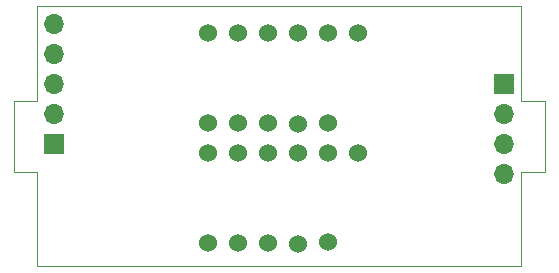
<source format=gts>
G04 #@! TF.GenerationSoftware,KiCad,Pcbnew,(5.1.10)-1*
G04 #@! TF.CreationDate,2023-01-31T14:41:16+02:00*
G04 #@! TF.ProjectId,voltmeter,766f6c74-6d65-4746-9572-2e6b69636164,rev?*
G04 #@! TF.SameCoordinates,Original*
G04 #@! TF.FileFunction,Soldermask,Top*
G04 #@! TF.FilePolarity,Negative*
%FSLAX46Y46*%
G04 Gerber Fmt 4.6, Leading zero omitted, Abs format (unit mm)*
G04 Created by KiCad (PCBNEW (5.1.10)-1) date 2023-01-31 14:41:16*
%MOMM*%
%LPD*%
G01*
G04 APERTURE LIST*
G04 #@! TA.AperFunction,Profile*
%ADD10C,0.050000*%
G04 #@! TD*
%ADD11O,1.700000X1.700000*%
%ADD12R,1.700000X1.700000*%
%ADD13C,1.524000*%
G04 APERTURE END LIST*
D10*
X52578000Y-78048000D02*
X52578000Y-86048000D01*
X50578000Y-86048000D02*
X50578000Y-92048000D01*
X52578000Y-86048000D02*
X50578000Y-86048000D01*
X52578000Y-92048000D02*
X50578000Y-92048000D01*
X52578000Y-92048000D02*
X52578000Y-100048000D01*
X93578000Y-92048000D02*
X93578000Y-100048000D01*
X95578000Y-92048000D02*
X93578000Y-92048000D01*
X95578000Y-86048000D02*
X93578000Y-86048000D01*
X95578000Y-86048000D02*
X95578000Y-92048000D01*
X52578000Y-100048000D02*
X93578000Y-100048000D01*
X93578000Y-78048000D02*
X93578000Y-86048000D01*
X52578000Y-78048000D02*
X93578000Y-78048000D01*
D11*
X92075000Y-92272000D03*
X92075000Y-89732000D03*
X92075000Y-87192000D03*
D12*
X92075000Y-84652000D03*
D11*
X53975000Y-79521200D03*
X53975000Y-82061200D03*
X53975000Y-84601200D03*
X53975000Y-87141200D03*
D12*
X53975000Y-89681200D03*
D13*
X77216000Y-98036380D03*
X74676000Y-98130360D03*
X72136000Y-98044000D03*
X69596000Y-98044000D03*
X67056000Y-98044000D03*
X79756000Y-90424000D03*
X77216000Y-90424000D03*
X74676000Y-90424000D03*
X67056000Y-90424000D03*
X69596000Y-90424000D03*
X72136000Y-90424000D03*
X77216000Y-87897380D03*
X74676000Y-87991360D03*
X72136000Y-87905000D03*
X69596000Y-87905000D03*
X67056000Y-87905000D03*
X79756000Y-80285000D03*
X77216000Y-80285000D03*
X74676000Y-80285000D03*
X67056000Y-80285000D03*
X69596000Y-80285000D03*
X72136000Y-80285000D03*
M02*

</source>
